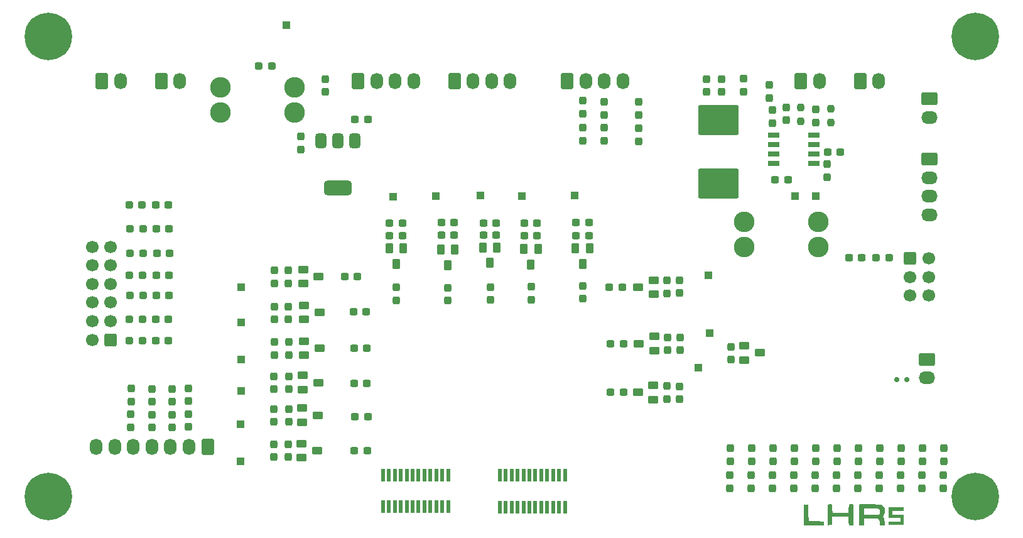
<source format=gbr>
%TF.GenerationSoftware,KiCad,Pcbnew,9.0.4*%
%TF.CreationDate,2025-10-25T01:57:36-05:00*%
%TF.ProjectId,ControlsLeader_PCB,436f6e74-726f-46c7-934c-65616465725f,rev?*%
%TF.SameCoordinates,Original*%
%TF.FileFunction,Soldermask,Top*%
%TF.FilePolarity,Negative*%
%FSLAX46Y46*%
G04 Gerber Fmt 4.6, Leading zero omitted, Abs format (unit mm)*
G04 Created by KiCad (PCBNEW 9.0.4) date 2025-10-25 01:57:36*
%MOMM*%
%LPD*%
G01*
G04 APERTURE LIST*
G04 Aperture macros list*
%AMRoundRect*
0 Rectangle with rounded corners*
0 $1 Rounding radius*
0 $2 $3 $4 $5 $6 $7 $8 $9 X,Y pos of 4 corners*
0 Add a 4 corners polygon primitive as box body*
4,1,4,$2,$3,$4,$5,$6,$7,$8,$9,$2,$3,0*
0 Add four circle primitives for the rounded corners*
1,1,$1+$1,$2,$3*
1,1,$1+$1,$4,$5*
1,1,$1+$1,$6,$7*
1,1,$1+$1,$8,$9*
0 Add four rect primitives between the rounded corners*
20,1,$1+$1,$2,$3,$4,$5,0*
20,1,$1+$1,$4,$5,$6,$7,0*
20,1,$1+$1,$6,$7,$8,$9,0*
20,1,$1+$1,$8,$9,$2,$3,0*%
G04 Aperture macros list end*
%ADD10C,0.000000*%
%ADD11R,1.000000X1.000000*%
%ADD12RoundRect,0.237500X-0.237500X0.287500X-0.237500X-0.287500X0.237500X-0.287500X0.237500X0.287500X0*%
%ADD13RoundRect,0.150600X0.351400X0.551400X-0.351400X0.551400X-0.351400X-0.551400X0.351400X-0.551400X0*%
%ADD14RoundRect,0.237500X-0.237500X0.300000X-0.237500X-0.300000X0.237500X-0.300000X0.237500X0.300000X0*%
%ADD15RoundRect,0.237500X-0.300000X-0.237500X0.300000X-0.237500X0.300000X0.237500X-0.300000X0.237500X0*%
%ADD16RoundRect,0.237500X0.300000X0.237500X-0.300000X0.237500X-0.300000X-0.237500X0.300000X-0.237500X0*%
%ADD17RoundRect,0.237500X0.287500X0.237500X-0.287500X0.237500X-0.287500X-0.237500X0.287500X-0.237500X0*%
%ADD18RoundRect,0.237500X0.237500X-0.300000X0.237500X0.300000X-0.237500X0.300000X-0.237500X-0.300000X0*%
%ADD19RoundRect,0.237500X0.237500X-0.287500X0.237500X0.287500X-0.237500X0.287500X-0.237500X-0.287500X0*%
%ADD20RoundRect,0.150600X-0.551400X0.351400X-0.551400X-0.351400X0.551400X-0.351400X0.551400X0.351400X0*%
%ADD21RoundRect,0.375000X-0.375000X0.625000X-0.375000X-0.625000X0.375000X-0.625000X0.375000X0.625000X0*%
%ADD22RoundRect,0.500000X-1.400000X0.500000X-1.400000X-0.500000X1.400000X-0.500000X1.400000X0.500000X0*%
%ADD23RoundRect,0.150600X0.551400X-0.351400X0.551400X0.351400X-0.551400X0.351400X-0.551400X-0.351400X0*%
%ADD24RoundRect,0.250000X-0.850000X-0.600000X0.850000X-0.600000X0.850000X0.600000X-0.850000X0.600000X0*%
%ADD25O,2.200000X1.700000*%
%ADD26RoundRect,0.250000X0.600000X-0.850000X0.600000X0.850000X-0.600000X0.850000X-0.600000X-0.850000X0*%
%ADD27O,1.700000X2.200000*%
%ADD28R,0.550000X1.800000*%
%ADD29C,3.600000*%
%ADD30C,6.400000*%
%ADD31C,2.780000*%
%ADD32R,1.528000X0.650000*%
%ADD33RoundRect,0.237500X0.237500X-0.250000X0.237500X0.250000X-0.237500X0.250000X-0.237500X-0.250000X0*%
%ADD34RoundRect,0.250000X-0.300000X-0.300000X0.300000X-0.300000X0.300000X0.300000X-0.300000X0.300000X0*%
%ADD35RoundRect,0.250000X-0.600000X-0.600000X0.600000X-0.600000X0.600000X0.600000X-0.600000X0.600000X0*%
%ADD36C,1.700000*%
%ADD37RoundRect,0.237500X-0.287500X-0.237500X0.287500X-0.237500X0.287500X0.237500X-0.287500X0.237500X0*%
%ADD38RoundRect,0.250000X0.600000X0.600000X-0.600000X0.600000X-0.600000X-0.600000X0.600000X-0.600000X0*%
%ADD39RoundRect,0.150000X-0.150000X-0.200000X0.150000X-0.200000X0.150000X0.200000X-0.150000X0.200000X0*%
%ADD40RoundRect,0.250000X-0.600000X0.850000X-0.600000X-0.850000X0.600000X-0.850000X0.600000X0.850000X0*%
%ADD41RoundRect,0.250000X2.500000X-1.750000X2.500000X1.750000X-2.500000X1.750000X-2.500000X-1.750000X0*%
G04 APERTURE END LIST*
D10*
%TO.C,G\u002A\u002A\u002A*%
G36*
X192500794Y-127156905D02*
G01*
X192525993Y-128290833D01*
X193546528Y-128304476D01*
X194567064Y-128318119D01*
X194567064Y-128569059D01*
X194567064Y-128820000D01*
X193230751Y-128820000D01*
X191894438Y-128820000D01*
X191907834Y-127421488D01*
X191921231Y-126022976D01*
X192198413Y-126022976D01*
X192475596Y-126022976D01*
X192500794Y-127156905D01*
G37*
G36*
X205365873Y-126670198D02*
G01*
X205365873Y-126896984D01*
X204584722Y-126896984D01*
X203803571Y-126896984D01*
X203803571Y-127148968D01*
X203803571Y-127400952D01*
X204584722Y-127400952D01*
X205365873Y-127400952D01*
X205365873Y-128106508D01*
X205365873Y-128812063D01*
X204357936Y-128812063D01*
X203350000Y-128812063D01*
X203350000Y-128585278D01*
X203350000Y-128358492D01*
X204131151Y-128358492D01*
X204912301Y-128358492D01*
X204912301Y-128106508D01*
X204912301Y-127854524D01*
X204131151Y-127854524D01*
X203350000Y-127854524D01*
X203350000Y-127148968D01*
X203350000Y-126443413D01*
X204357936Y-126443413D01*
X205365873Y-126443413D01*
X205365873Y-126670198D01*
G37*
G36*
X198376828Y-126006870D02*
G01*
X198573612Y-126022976D01*
X198587008Y-127421488D01*
X198600404Y-128820000D01*
X198273678Y-128820000D01*
X197946952Y-128820000D01*
X197932703Y-128253036D01*
X197918453Y-127686071D01*
X196823982Y-127672494D01*
X195729510Y-127658916D01*
X195715251Y-128226859D01*
X195700993Y-128794801D01*
X195385211Y-128809826D01*
X195069429Y-128824851D01*
X195082830Y-127423914D01*
X195096231Y-126022976D01*
X195352691Y-126008025D01*
X195551790Y-126012861D01*
X195660363Y-126055420D01*
X195665728Y-126061244D01*
X195691275Y-126138573D01*
X195714051Y-126291243D01*
X195730876Y-126493801D01*
X195736847Y-126630561D01*
X195751389Y-127131706D01*
X196834921Y-127131706D01*
X197918453Y-127131706D01*
X197932752Y-126590474D01*
X197942061Y-126332555D01*
X197961771Y-126159779D01*
X198003781Y-126056509D01*
X198079990Y-126007105D01*
X198202298Y-125995930D01*
X198376828Y-126006870D01*
G37*
G36*
X200606389Y-126002880D02*
G01*
X200929517Y-126006724D01*
X201397725Y-126015193D01*
X201775655Y-126027869D01*
X202073823Y-126048856D01*
X202302744Y-126082257D01*
X202472934Y-126132178D01*
X202594908Y-126202721D01*
X202679182Y-126297992D01*
X202736272Y-126422094D01*
X202776693Y-126579132D01*
X202805352Y-126738856D01*
X202815781Y-126941314D01*
X202792188Y-127163805D01*
X202741695Y-127372348D01*
X202671422Y-127532966D01*
X202627371Y-127588160D01*
X202563130Y-127654076D01*
X202563297Y-127706382D01*
X202630288Y-127786572D01*
X202639499Y-127796385D01*
X202695563Y-127871351D01*
X202732230Y-127968775D01*
X202755316Y-128113634D01*
X202770634Y-128330905D01*
X202772438Y-128367429D01*
X202794076Y-128820000D01*
X202460332Y-128820000D01*
X202126588Y-128820000D01*
X202126588Y-128524415D01*
X202114342Y-128317713D01*
X202071898Y-128174351D01*
X202022136Y-128096042D01*
X201917685Y-127963254D01*
X200963803Y-127963254D01*
X200009921Y-127963254D01*
X200009921Y-128391627D01*
X200009921Y-128820000D01*
X199682342Y-128820000D01*
X199354762Y-128820000D01*
X199354762Y-127435047D01*
X199354762Y-126972116D01*
X199354762Y-126552143D01*
X200009921Y-126552143D01*
X200009921Y-126972116D01*
X200014188Y-127169653D01*
X200025542Y-127327374D01*
X200041816Y-127419012D01*
X200047719Y-127430099D01*
X200107819Y-127441199D01*
X200252244Y-127449204D01*
X200464564Y-127453761D01*
X200728345Y-127454519D01*
X201027158Y-127451126D01*
X201028719Y-127451098D01*
X201365482Y-127444007D01*
X201615965Y-127435610D01*
X201794681Y-127424404D01*
X201916141Y-127408885D01*
X201994859Y-127387551D01*
X202045349Y-127358897D01*
X202061853Y-127344093D01*
X202127195Y-127225962D01*
X202151407Y-127034497D01*
X202151786Y-126999462D01*
X202141791Y-126830129D01*
X202103410Y-126723196D01*
X202032810Y-126648484D01*
X201982720Y-126614546D01*
X201918423Y-126589601D01*
X201824814Y-126572287D01*
X201686788Y-126561247D01*
X201489240Y-126555123D01*
X201217064Y-126552554D01*
X200961878Y-126552143D01*
X200009921Y-126552143D01*
X199354762Y-126552143D01*
X199354762Y-126050095D01*
X199480608Y-126018509D01*
X199563764Y-126010726D01*
X199732805Y-126005150D01*
X199972847Y-126001903D01*
X200269004Y-126001106D01*
X200606389Y-126002880D01*
G37*
%TD*%
D11*
%TO.C,Neutral_gear*%
X148300000Y-84450000D03*
%TD*%
D12*
%TO.C,D20*%
X196305000Y-122125000D03*
X196305000Y-123875000D03*
%TD*%
D11*
%TO.C,Ign_arr*%
X177700000Y-107575000D03*
%TD*%
D13*
%TO.C,Q5*%
X143900000Y-93775000D03*
X144850000Y-91675000D03*
X142950000Y-91675000D03*
%TD*%
D14*
%TO.C,R21*%
X164950000Y-75275000D03*
X164950000Y-77000000D03*
%TD*%
D15*
%TO.C,R19*%
X104667500Y-92200000D03*
X106392500Y-92200000D03*
%TD*%
D16*
%TO.C,C31*%
X189750000Y-82300000D03*
X188025000Y-82300000D03*
%TD*%
D11*
%TO.C,Hazard*%
X116000000Y-101550000D03*
%TD*%
D15*
%TO.C,C3*%
X148675000Y-88100000D03*
X150400000Y-88100000D03*
%TD*%
D17*
%TO.C,Cruise_En__Sig*%
X102730000Y-95200000D03*
X100980000Y-95200000D03*
%TD*%
D18*
%TO.C,R28*%
X104020000Y-112182500D03*
X104020000Y-110457500D03*
%TD*%
D12*
%TO.C,Horn_3.3V_Sig*%
X104020000Y-113932500D03*
X104020000Y-115682500D03*
%TD*%
D15*
%TO.C,C10*%
X154187500Y-88100000D03*
X155912500Y-88100000D03*
%TD*%
D11*
%TO.C,Cruise_En*%
X136500000Y-84600000D03*
%TD*%
D19*
%TO.C,D7*%
X169600000Y-73550000D03*
X169600000Y-71800000D03*
%TD*%
D15*
%TO.C,R37*%
X165850000Y-110950000D03*
X167575000Y-110950000D03*
%TD*%
D12*
%TO.C,D18*%
X207805000Y-122125000D03*
X207805000Y-123875000D03*
%TD*%
D20*
%TO.C,Q14*%
X126400000Y-109600000D03*
X124300000Y-108650000D03*
X124300000Y-110550000D03*
%TD*%
D19*
%TO.C,D8*%
X162100000Y-73400000D03*
X162100000Y-71650000D03*
%TD*%
D15*
%TO.C,R27*%
X104505000Y-104000000D03*
X106230000Y-104000000D03*
%TD*%
D18*
%TO.C,R34*%
X149600000Y-98475000D03*
X149600000Y-96750000D03*
%TD*%
%TO.C,C14*%
X120400000Y-119662500D03*
X120400000Y-117937500D03*
%TD*%
D21*
%TO.C,U4*%
X131382500Y-77050000D03*
X129082500Y-77050000D03*
D22*
X129082500Y-83350000D03*
D21*
X126782500Y-77050000D03*
%TD*%
D15*
%TO.C,R3*%
X148675000Y-89700000D03*
X150400000Y-89700000D03*
%TD*%
D11*
%TO.C,Right_Blinker*%
X115950000Y-115250000D03*
%TD*%
D12*
%TO.C,D26*%
X204930000Y-122125000D03*
X204930000Y-123875000D03*
%TD*%
D14*
%TO.C,C7*%
X175100000Y-95825000D03*
X175100000Y-97550000D03*
%TD*%
D23*
%TO.C,Q7*%
X169600000Y-104350000D03*
X171700000Y-105300000D03*
X171700000Y-103400000D03*
%TD*%
D18*
%TO.C,R54*%
X181955000Y-120200000D03*
X181955000Y-118475000D03*
%TD*%
%TO.C,R15*%
X122450000Y-110475000D03*
X122450000Y-108750000D03*
%TD*%
D13*
%TO.C,Q3*%
X162050000Y-93650000D03*
X163000000Y-91550000D03*
X161100000Y-91550000D03*
%TD*%
D18*
%TO.C,C12*%
X120450000Y-110475000D03*
X120450000Y-108750000D03*
%TD*%
D12*
%TO.C,D17*%
X210680000Y-122125000D03*
X210680000Y-123875000D03*
%TD*%
D18*
%TO.C,R30*%
X108920000Y-112107500D03*
X108920000Y-110382500D03*
%TD*%
%TO.C,R33*%
X207897500Y-120200000D03*
X207897500Y-118475000D03*
%TD*%
D20*
%TO.C,Q15*%
X126350000Y-114000000D03*
X124250000Y-113050000D03*
X124250000Y-114950000D03*
%TD*%
D16*
%TO.C,C35*%
X133095000Y-74200000D03*
X131370000Y-74200000D03*
%TD*%
D11*
%TO.C,Horn_In*%
X116000000Y-110750000D03*
%TD*%
D18*
%TO.C,R16*%
X122450000Y-114925000D03*
X122450000Y-113200000D03*
%TD*%
%TO.C,R35*%
X143900000Y-98550000D03*
X143900000Y-96825000D03*
%TD*%
D19*
%TO.C,D6*%
X165000000Y-73550000D03*
X165000000Y-71800000D03*
%TD*%
D18*
%TO.C,C18*%
X189500000Y-74275000D03*
X189500000Y-72550000D03*
%TD*%
D11*
%TO.C,Ign_OFF*%
X179150000Y-102925000D03*
%TD*%
D15*
%TO.C,R18*%
X104505000Y-85650000D03*
X106230000Y-85650000D03*
%TD*%
D24*
%TO.C,J11*%
X208820000Y-71400000D03*
D25*
X208820000Y-73900000D03*
%TD*%
D15*
%TO.C,R36*%
X165850000Y-104350000D03*
X167575000Y-104350000D03*
%TD*%
D16*
%TO.C,R40*%
X131712500Y-95350000D03*
X129987500Y-95350000D03*
%TD*%
D17*
%TO.C,Neutral_Gear_Sig*%
X102830000Y-92200000D03*
X101080000Y-92200000D03*
%TD*%
D11*
%TO.C,Regen_En*%
X153900000Y-84500000D03*
%TD*%
D15*
%TO.C,R2*%
X161187500Y-89800000D03*
X162912500Y-89800000D03*
%TD*%
D26*
%TO.C,J3*%
X105250000Y-69000000D03*
D27*
X107750000Y-69000000D03*
%TD*%
D28*
%TO.C,U2*%
X143936089Y-122049998D03*
X143936090Y-126349939D03*
X143136090Y-122049939D03*
X143136090Y-126350000D03*
X142336090Y-122049939D03*
X142336089Y-126350000D03*
X141536090Y-122049939D03*
X141536091Y-126350000D03*
X140736090Y-122049939D03*
X140736090Y-126350000D03*
X139936090Y-122049939D03*
X139936092Y-126350000D03*
X139136090Y-122049939D03*
X139136091Y-126350000D03*
X138336090Y-122049939D03*
X138336090Y-126350000D03*
X137536091Y-122049998D03*
X137536091Y-126350000D03*
X136736091Y-122049998D03*
X136736091Y-126350000D03*
X135936092Y-122049998D03*
X135936092Y-126350000D03*
X135136091Y-122049998D03*
X135136091Y-126350000D03*
X159690067Y-122099998D03*
X159690067Y-126400000D03*
X158890068Y-122099998D03*
X158890068Y-126400000D03*
X158090067Y-122099998D03*
X158090067Y-126400000D03*
X157290069Y-122099998D03*
X157290069Y-126400000D03*
X156490068Y-122099998D03*
X156490068Y-126400000D03*
X155690070Y-122099998D03*
X155690070Y-126400000D03*
X154890069Y-122099998D03*
X154890069Y-126400000D03*
X154090068Y-122099998D03*
X154090068Y-126400000D03*
X153290069Y-122099998D03*
X153290069Y-126400000D03*
X152490069Y-122099998D03*
X152490069Y-126400000D03*
X151690070Y-122099998D03*
X151690070Y-126400000D03*
X150890069Y-122099998D03*
X150890069Y-126400000D03*
%TD*%
D11*
%TO.C,FWD_SW*%
X161000000Y-84400000D03*
%TD*%
D26*
%TO.C,J15*%
X160000000Y-69000000D03*
D27*
X162500000Y-69000000D03*
X165000000Y-69000000D03*
X167500000Y-69000000D03*
%TD*%
D18*
%TO.C,R12*%
X122375000Y-96225000D03*
X122375000Y-94500000D03*
%TD*%
D16*
%TO.C,R44*%
X133100000Y-114200000D03*
X131375000Y-114200000D03*
%TD*%
%TO.C,R42*%
X132900000Y-100100000D03*
X131175000Y-100100000D03*
%TD*%
D29*
%TO.C,H1*%
X90000000Y-63000000D03*
D30*
X90000000Y-63000000D03*
%TD*%
D15*
%TO.C,R4*%
X143000000Y-89775000D03*
X144725000Y-89775000D03*
%TD*%
D31*
%TO.C,F2*%
X183875000Y-87975000D03*
X183875000Y-91375000D03*
X193795000Y-87975000D03*
X193795000Y-91375000D03*
%TD*%
D14*
%TO.C,C36*%
X124095000Y-76475000D03*
X124095000Y-78200000D03*
%TD*%
D18*
%TO.C,R17*%
X122400000Y-119662500D03*
X122400000Y-117937500D03*
%TD*%
D13*
%TO.C,Q4*%
X149550000Y-93500000D03*
X150500000Y-91400000D03*
X148600000Y-91400000D03*
%TD*%
D18*
%TO.C,R55*%
X202132500Y-120200000D03*
X202132500Y-118475000D03*
%TD*%
%TO.C,R45*%
X210780000Y-120200000D03*
X210780000Y-118475000D03*
%TD*%
D15*
%TO.C,C2*%
X161175000Y-88090000D03*
X162900000Y-88090000D03*
%TD*%
D11*
%TO.C,Cruise_Set*%
X116000000Y-96800000D03*
%TD*%
D18*
%TO.C,R9*%
X101170000Y-112145000D03*
X101170000Y-110420000D03*
%TD*%
D32*
%TO.C,U6*%
X193275000Y-80095000D03*
X193275000Y-78825000D03*
X193275000Y-77555000D03*
X193275000Y-76285000D03*
X187853000Y-76285000D03*
X187853000Y-77555000D03*
X187853000Y-78825000D03*
X187853000Y-80095000D03*
%TD*%
D11*
%TO.C,Rev_SW*%
X142250000Y-84500000D03*
%TD*%
D18*
%TO.C,R53*%
X187720000Y-120200000D03*
X187720000Y-118475000D03*
%TD*%
D26*
%TO.C,J13*%
X199500000Y-69000000D03*
D27*
X202000000Y-69000000D03*
%TD*%
D14*
%TO.C,C5*%
X175200000Y-103525000D03*
X175200000Y-105250000D03*
%TD*%
D13*
%TO.C,Q10*%
X136950000Y-93650000D03*
X137900000Y-91550000D03*
X136000000Y-91550000D03*
%TD*%
D12*
%TO.C,D27*%
X202055000Y-122125000D03*
X202055000Y-123875000D03*
%TD*%
D14*
%TO.C,R23*%
X162100000Y-75300000D03*
X162100000Y-77025000D03*
%TD*%
%TO.C,R6*%
X173450000Y-110100000D03*
X173450000Y-111825000D03*
%TD*%
D18*
%TO.C,C33*%
X180790000Y-70475000D03*
X180790000Y-68750000D03*
%TD*%
D14*
%TO.C,C6*%
X175100000Y-110125000D03*
X175100000Y-111850000D03*
%TD*%
D33*
%TO.C,R87*%
X195500000Y-74550000D03*
X195500000Y-72725000D03*
%TD*%
D12*
%TO.C,D22*%
X190555000Y-122125000D03*
X190555000Y-123875000D03*
%TD*%
D18*
%TO.C,R49*%
X196367500Y-120200000D03*
X196367500Y-118475000D03*
%TD*%
D16*
%TO.C,R47*%
X199700000Y-92775000D03*
X197975000Y-92775000D03*
%TD*%
D17*
%TO.C,Regen_En_Sig*%
X102780000Y-88900000D03*
X101030000Y-88900000D03*
%TD*%
D18*
%TO.C,C32*%
X183750000Y-70405000D03*
X183750000Y-68680000D03*
%TD*%
D15*
%TO.C,R20*%
X104567500Y-97850000D03*
X106292500Y-97850000D03*
%TD*%
D18*
%TO.C,C9*%
X120475000Y-96225000D03*
X120475000Y-94500000D03*
%TD*%
D15*
%TO.C,C4*%
X143025000Y-88075000D03*
X144750000Y-88075000D03*
%TD*%
%TO.C,R13*%
X154200000Y-89850000D03*
X155925000Y-89850000D03*
%TD*%
D18*
%TO.C,C34*%
X178790000Y-70475000D03*
X178790000Y-68750000D03*
%TD*%
D14*
%TO.C,R7*%
X173400000Y-95850000D03*
X173400000Y-97575000D03*
%TD*%
D33*
%TO.C,R86*%
X191500000Y-74375000D03*
X191500000Y-72550000D03*
%TD*%
D18*
%TO.C,C13*%
X120450000Y-114925000D03*
X120450000Y-113200000D03*
%TD*%
D34*
%TO.C,D4*%
X190715000Y-84510000D03*
X193515000Y-84510000D03*
%TD*%
D18*
%TO.C,R48*%
X199250000Y-120200000D03*
X199250000Y-118475000D03*
%TD*%
D11*
%TO.C,Regen_Active*%
X116000000Y-106500000D03*
%TD*%
D24*
%TO.C,J17*%
X208460000Y-106500000D03*
D25*
X208460000Y-109000000D03*
%TD*%
D17*
%TO.C,Cruise_Set_Sig*%
X102705000Y-101100000D03*
X100955000Y-101100000D03*
%TD*%
%TO.C,FWD_SW_Sig*%
X102680000Y-85650000D03*
X100930000Y-85650000D03*
%TD*%
D20*
%TO.C,Q16*%
X126250000Y-118800000D03*
X124150000Y-117850000D03*
X124150000Y-119750000D03*
%TD*%
D12*
%TO.C,Right_Blinker_Sig*%
X106720000Y-113932500D03*
X106720000Y-115682500D03*
%TD*%
D18*
%TO.C,R29*%
X106720000Y-112195000D03*
X106720000Y-110470000D03*
%TD*%
D35*
%TO.C,J8*%
X206220000Y-92900000D03*
D36*
X206220000Y-95400000D03*
X206220000Y-97900000D03*
X208720000Y-92900000D03*
X208720000Y-95400000D03*
X208720000Y-97900000D03*
%TD*%
D11*
%TO.C,3.3V1*%
X122100000Y-61500000D03*
%TD*%
D18*
%TO.C,R52*%
X184837500Y-120200000D03*
X184837500Y-118475000D03*
%TD*%
D20*
%TO.C,Q13*%
X126600000Y-100150000D03*
X124500000Y-99200000D03*
X124500000Y-101100000D03*
%TD*%
D14*
%TO.C,R56*%
X127370000Y-68717500D03*
X127370000Y-70442500D03*
%TD*%
D12*
%TO.C,D21*%
X193430000Y-122125000D03*
X193430000Y-123875000D03*
%TD*%
D15*
%TO.C,R26*%
X104605000Y-88900000D03*
X106330000Y-88900000D03*
%TD*%
D29*
%TO.C,H4*%
X90000000Y-125000000D03*
D30*
X90000000Y-125000000D03*
%TD*%
D29*
%TO.C,H2*%
X215000000Y-63000000D03*
D30*
X215000000Y-63000000D03*
%TD*%
D18*
%TO.C,R46*%
X205015000Y-120200000D03*
X205015000Y-118475000D03*
%TD*%
D14*
%TO.C,R5*%
X173500000Y-103525000D03*
X173500000Y-105250000D03*
%TD*%
D15*
%TO.C,R25*%
X104505000Y-101100000D03*
X106230000Y-101100000D03*
%TD*%
D11*
%TO.C,Left_Blinker*%
X115950000Y-120200000D03*
%TD*%
D15*
%TO.C,C16*%
X195087500Y-78600000D03*
X196812500Y-78600000D03*
%TD*%
D18*
%TO.C,C11*%
X120500000Y-101125000D03*
X120500000Y-99400000D03*
%TD*%
D17*
%TO.C,LDO Status*%
X120135000Y-66990000D03*
X118385000Y-66990000D03*
%TD*%
D14*
%TO.C,C15*%
X195050000Y-80187500D03*
X195050000Y-81912500D03*
%TD*%
D23*
%TO.C,Q9*%
X169550000Y-96750000D03*
X171650000Y-97700000D03*
X171650000Y-95800000D03*
%TD*%
D12*
%TO.C,Regen_Active_Sig*%
X101120000Y-113882500D03*
X101120000Y-115632500D03*
%TD*%
D15*
%TO.C,R38*%
X165675000Y-96750000D03*
X167400000Y-96750000D03*
%TD*%
D12*
%TO.C,D19*%
X199180000Y-122125000D03*
X199180000Y-123875000D03*
%TD*%
D37*
%TO.C,D16*%
X201650000Y-92800000D03*
X203400000Y-92800000D03*
%TD*%
D12*
%TO.C,D25*%
X181930000Y-122125000D03*
X181930000Y-123875000D03*
%TD*%
%TO.C,D24*%
X187680000Y-122125000D03*
X187680000Y-123875000D03*
%TD*%
D38*
%TO.C,J6*%
X98455000Y-103840000D03*
D36*
X98455000Y-101340000D03*
X98455000Y-98840000D03*
X98455000Y-96340000D03*
X98455000Y-93840000D03*
X98455000Y-91340000D03*
X95955000Y-103840000D03*
X95955000Y-101340000D03*
X95955000Y-98840000D03*
X95955000Y-96340000D03*
X95955000Y-93840000D03*
X95955000Y-91340000D03*
%TD*%
D17*
%TO.C,Hzard_Sig*%
X102705000Y-104000000D03*
X100955000Y-104000000D03*
%TD*%
D16*
%TO.C,R57*%
X133012500Y-118800000D03*
X131287500Y-118800000D03*
%TD*%
%TO.C,R43*%
X132950000Y-109700000D03*
X131225000Y-109700000D03*
%TD*%
D20*
%TO.C,Q11*%
X126475000Y-95350000D03*
X124375000Y-94400000D03*
X124375000Y-96300000D03*
%TD*%
D14*
%TO.C,R10*%
X187615000Y-72910000D03*
X187615000Y-74635000D03*
%TD*%
D20*
%TO.C,Q6*%
X185950000Y-105600000D03*
X183850000Y-104650000D03*
X183850000Y-106550000D03*
%TD*%
D15*
%TO.C,R8*%
X136025000Y-89800000D03*
X137750000Y-89800000D03*
%TD*%
D20*
%TO.C,Q1*%
X126625000Y-105000000D03*
X124525000Y-104050000D03*
X124525000Y-105950000D03*
%TD*%
D26*
%TO.C,J9*%
X191500000Y-69000000D03*
D27*
X194000000Y-69000000D03*
%TD*%
D14*
%TO.C,R11*%
X182050000Y-104800000D03*
X182050000Y-106525000D03*
%TD*%
D18*
%TO.C,R41*%
X155150000Y-98450000D03*
X155150000Y-96725000D03*
%TD*%
D17*
%TO.C,Rev_SW_Sig*%
X102780000Y-97850000D03*
X101030000Y-97850000D03*
%TD*%
D31*
%TO.C,F1*%
X123190000Y-73250000D03*
X123190000Y-69850000D03*
X113270000Y-73250000D03*
X113270000Y-69850000D03*
%TD*%
D39*
%TO.C,D29*%
X205800000Y-109200000D03*
X204400000Y-109200000D03*
%TD*%
D40*
%TO.C,J12*%
X111500000Y-118260000D03*
D27*
X109000000Y-118260000D03*
X106500000Y-118260000D03*
X104000000Y-118260000D03*
X101500000Y-118260000D03*
X99000000Y-118260000D03*
X96500000Y-118260000D03*
%TD*%
D26*
%TO.C,J4*%
X144800000Y-68980000D03*
D27*
X147300000Y-68980000D03*
X149800000Y-68980000D03*
X152300000Y-68980000D03*
%TD*%
D13*
%TO.C,Q12*%
X155100000Y-93700000D03*
X156050000Y-91600000D03*
X154150000Y-91600000D03*
%TD*%
D24*
%TO.C,J7*%
X208820000Y-79500000D03*
D25*
X208820000Y-82000000D03*
X208820000Y-84500000D03*
X208820000Y-87000000D03*
%TD*%
D18*
%TO.C,R50*%
X193485000Y-120200000D03*
X193485000Y-118475000D03*
%TD*%
D29*
%TO.C,H3*%
X215000000Y-125000000D03*
D30*
X215000000Y-125000000D03*
%TD*%
D16*
%TO.C,R31*%
X132950000Y-105000000D03*
X131225000Y-105000000D03*
%TD*%
D15*
%TO.C,R24*%
X104567500Y-95200000D03*
X106292500Y-95200000D03*
%TD*%
D18*
%TO.C,R51*%
X190602500Y-120200000D03*
X190602500Y-118475000D03*
%TD*%
D23*
%TO.C,Q8*%
X169500000Y-110950000D03*
X171600000Y-111900000D03*
X171600000Y-110000000D03*
%TD*%
D18*
%TO.C,R1*%
X122475000Y-105875000D03*
X122475000Y-104150000D03*
%TD*%
D26*
%TO.C,J1*%
X97260000Y-69000000D03*
D27*
X99760000Y-69000000D03*
%TD*%
D19*
%TO.C,Buck Status*%
X187190000Y-71270000D03*
X187190000Y-69520000D03*
%TD*%
D18*
%TO.C,C17*%
X193500000Y-74550000D03*
X193500000Y-72825000D03*
%TD*%
D15*
%TO.C,C8*%
X136025000Y-88100000D03*
X137750000Y-88100000D03*
%TD*%
D18*
%TO.C,R32*%
X162050000Y-98325000D03*
X162050000Y-96600000D03*
%TD*%
%TO.C,C1*%
X120475000Y-105875000D03*
X120475000Y-104150000D03*
%TD*%
D14*
%TO.C,R22*%
X169600000Y-75375000D03*
X169600000Y-77100000D03*
%TD*%
D12*
%TO.C,Left_Blinker_Sig*%
X108920000Y-113832500D03*
X108920000Y-115582500D03*
%TD*%
%TO.C,D23*%
X184805000Y-122125000D03*
X184805000Y-123875000D03*
%TD*%
D41*
%TO.C,L1*%
X180395000Y-82770000D03*
X180395000Y-74270000D03*
%TD*%
D18*
%TO.C,R39*%
X136950000Y-98525000D03*
X136950000Y-96800000D03*
%TD*%
D11*
%TO.C,Ign_mtr*%
X179025000Y-95200000D03*
%TD*%
D26*
%TO.C,J2*%
X131810000Y-68980000D03*
D27*
X134310000Y-68980000D03*
X136810000Y-68980000D03*
X139310000Y-68980000D03*
%TD*%
D18*
%TO.C,R14*%
X122400000Y-101125000D03*
X122400000Y-99400000D03*
%TD*%
M02*

</source>
